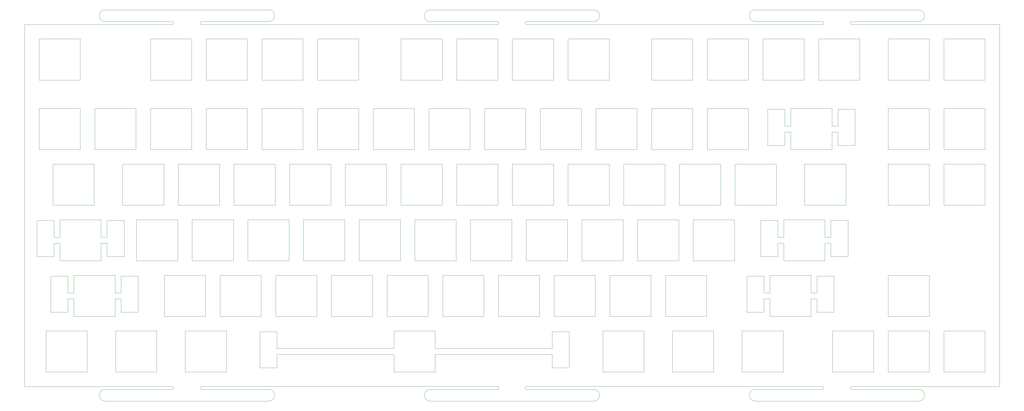
<source format=gbr>
%TF.GenerationSoftware,KiCad,Pcbnew,(7.0.0)*%
%TF.CreationDate,2023-11-11T14:14:49-06:00*%
%TF.ProjectId,Every83_Plate,45766572-7938-4335-9f50-6c6174652e6b,rev?*%
%TF.SameCoordinates,Original*%
%TF.FileFunction,Profile,NP*%
%FSLAX46Y46*%
G04 Gerber Fmt 4.6, Leading zero omitted, Abs format (unit mm)*
G04 Created by KiCad (PCBNEW (7.0.0)) date 2023-11-11 14:14:49*
%MOMM*%
%LPD*%
G01*
G04 APERTURE LIST*
%TA.AperFunction,Profile*%
%ADD10C,0.100000*%
%TD*%
%TA.AperFunction,Profile*%
%ADD11C,0.120000*%
%TD*%
G04 APERTURE END LIST*
D10*
X315451750Y-161336000D02*
G75*
G03*
X315451750Y-160314000I50J511000D01*
G01*
X204264250Y-36322000D02*
G75*
G03*
X204264250Y-35300000I50J511000D01*
G01*
X42483000Y-160336000D02*
X42483000Y-36322000D01*
X325451750Y-35300000D02*
G75*
G03*
X325451750Y-36322000I50J-511000D01*
G01*
X126076750Y-165336000D02*
G75*
G03*
X126076750Y-161336000I0J2000000D01*
G01*
X93076750Y-36322000D02*
X42483000Y-36322000D01*
X348451750Y-161336000D02*
X325451750Y-161336000D01*
X70076750Y-31300000D02*
G75*
G03*
X70076750Y-35300000I0J-2000000D01*
G01*
X237264250Y-165336000D02*
G75*
G03*
X237264250Y-161336000I50J2000000D01*
G01*
X292451750Y-31300000D02*
X348451750Y-31300000D01*
X376045500Y-36322000D02*
X325451750Y-36322000D01*
X70076750Y-161336000D02*
X93076750Y-161336000D01*
X103076750Y-35300000D02*
G75*
G03*
X103076750Y-36322000I50J-511000D01*
G01*
X181264250Y-31300000D02*
X237264250Y-31300000D01*
X214264250Y-160314000D02*
G75*
G03*
X214264250Y-161336000I50J-511000D01*
G01*
X292451750Y-161336000D02*
X315451750Y-161336000D01*
X315451750Y-36322000D02*
X214264250Y-36322000D01*
X237264250Y-35300000D02*
X214264250Y-35300000D01*
X181264250Y-161336000D02*
X204264250Y-161336000D01*
X376045500Y-160334500D02*
X376045500Y-36322000D01*
X103076750Y-160314000D02*
G75*
G03*
X103076750Y-161336000I50J-511000D01*
G01*
X181264250Y-161336000D02*
G75*
G03*
X181264250Y-165336000I50J-2000000D01*
G01*
X292451750Y-31300000D02*
G75*
G03*
X292451750Y-35300000I50J-2000000D01*
G01*
X348451750Y-165336000D02*
G75*
G03*
X348451750Y-161336000I50J2000000D01*
G01*
X237264250Y-35300000D02*
G75*
G03*
X237264250Y-31300000I50J2000000D01*
G01*
X181264250Y-35300000D02*
X204264250Y-35300000D01*
X237264250Y-161336000D02*
X214264250Y-161336000D01*
X348451750Y-35300000D02*
G75*
G03*
X348451750Y-31300000I50J2000000D01*
G01*
X70076750Y-35300000D02*
X93076750Y-35300000D01*
X292451750Y-161336000D02*
G75*
G03*
X292451750Y-165336000I50J-2000000D01*
G01*
X93076750Y-161336000D02*
G75*
G03*
X93076750Y-160314000I50J511000D01*
G01*
X325451750Y-160314000D02*
G75*
G03*
X325451750Y-161336000I50J-511000D01*
G01*
X181264250Y-31300000D02*
G75*
G03*
X181264250Y-35300000I50J-2000000D01*
G01*
X126076750Y-161336000D02*
X103076750Y-161336000D01*
X292451750Y-35300000D02*
X315451750Y-35300000D01*
X70076750Y-31300000D02*
X126076750Y-31300000D01*
X315451750Y-36322000D02*
G75*
G03*
X315451750Y-35300000I50J511000D01*
G01*
X214264250Y-35300000D02*
G75*
G03*
X214264250Y-36322000I50J-511000D01*
G01*
X204264250Y-161336000D02*
G75*
G03*
X204264250Y-160314000I50J511000D01*
G01*
X348451750Y-35300000D02*
X325451750Y-35300000D01*
X237264250Y-165336000D02*
X181264250Y-165336000D01*
X70076750Y-161336000D02*
G75*
G03*
X70076750Y-165336000I0J-2000000D01*
G01*
X325451750Y-160314000D02*
X376045500Y-160334500D01*
X126076750Y-35300000D02*
G75*
G03*
X126076750Y-31300000I0J2000000D01*
G01*
X103076750Y-160314000D02*
X204264250Y-160314000D01*
X126076750Y-165336000D02*
X70076750Y-165336000D01*
X126076750Y-35300000D02*
X103076750Y-35300000D01*
X93076750Y-36322000D02*
G75*
G03*
X93076750Y-35300000I50J511000D01*
G01*
X348451750Y-165336000D02*
X292451750Y-165336000D01*
X42483000Y-160336000D02*
X93076750Y-160314000D01*
X214264250Y-160314000D02*
X315451750Y-160314000D01*
X204264250Y-36322000D02*
X103076750Y-36322000D01*
D11*
%TO.C,SW12*%
X309183000Y-55373500D02*
X295083000Y-55373500D01*
X295083000Y-55373500D02*
X295083000Y-41273500D01*
X295083000Y-41273500D02*
X309183000Y-41273500D01*
X309183000Y-41273500D02*
X309183000Y-55373500D01*
%TO.C,SW53*%
X171070500Y-117286000D02*
X156970500Y-117286000D01*
X156970500Y-117286000D02*
X156970500Y-103186000D01*
X156970500Y-103186000D02*
X171070500Y-103186000D01*
X171070500Y-103186000D02*
X171070500Y-117286000D01*
%TO.C,SW55*%
X209170500Y-117286000D02*
X195070500Y-117286000D01*
X195070500Y-117286000D02*
X195070500Y-103186000D01*
X195070500Y-103186000D02*
X209170500Y-103186000D01*
X209170500Y-103186000D02*
X209170500Y-117286000D01*
%TO.C,SW24*%
X213933000Y-79186000D02*
X199833000Y-79186000D01*
X199833000Y-79186000D02*
X199833000Y-65086000D01*
X199833000Y-65086000D02*
X213933000Y-65086000D01*
X213933000Y-65086000D02*
X213933000Y-79186000D01*
%TO.C,SW64*%
X142495500Y-136336000D02*
X128395500Y-136336000D01*
X128395500Y-136336000D02*
X128395500Y-122236000D01*
X128395500Y-122236000D02*
X142495500Y-122236000D01*
X142495500Y-122236000D02*
X142495500Y-136336000D01*
%TO.C,SW35*%
X128208000Y-98236000D02*
X114108000Y-98236000D01*
X114108000Y-98236000D02*
X114108000Y-84136000D01*
X114108000Y-84136000D02*
X128208000Y-84136000D01*
X128208000Y-84136000D02*
X128208000Y-98236000D01*
%TO.C,SW61*%
X81319250Y-134866000D02*
X81319250Y-122486000D01*
X81319250Y-122486000D02*
X75469250Y-122486000D01*
X75469250Y-134866000D02*
X81319250Y-134866000D01*
X75469250Y-130286000D02*
X75469250Y-134866000D01*
X75469250Y-128286000D02*
X73439250Y-128286000D01*
X75469250Y-122486000D02*
X75469250Y-128286000D01*
X73439250Y-136336000D02*
X73439250Y-130286000D01*
X73439250Y-130286000D02*
X75469250Y-130286000D01*
X73439250Y-128286000D02*
X73439250Y-122236000D01*
X73439250Y-122236000D02*
X59339250Y-122236000D01*
X59339250Y-136336000D02*
X73439250Y-136336000D01*
X59339250Y-130286000D02*
X59339250Y-136336000D01*
X59339250Y-130286000D02*
X57309250Y-130286000D01*
X59339250Y-122236000D02*
X59339250Y-128286000D01*
X57309250Y-134866000D02*
X57309250Y-130286000D01*
X57309250Y-128286000D02*
X59339250Y-128286000D01*
X57309250Y-128286000D02*
X57309250Y-122486000D01*
X57309250Y-122486000D02*
X51459250Y-122486000D01*
X51459250Y-134866000D02*
X57309250Y-134866000D01*
X51459250Y-122486000D02*
X51459250Y-134866000D01*
%TO.C,SW19*%
X118683000Y-79186000D02*
X104583000Y-79186000D01*
X104583000Y-79186000D02*
X104583000Y-65086000D01*
X104583000Y-65086000D02*
X118683000Y-65086000D01*
X118683000Y-65086000D02*
X118683000Y-79186000D01*
%TO.C,SW33*%
X90108000Y-98236000D02*
X76008000Y-98236000D01*
X76008000Y-98236000D02*
X76008000Y-84136000D01*
X76008000Y-84136000D02*
X90108000Y-84136000D01*
X90108000Y-84136000D02*
X90108000Y-98236000D01*
%TO.C,SW43*%
X280608000Y-98236000D02*
X266508000Y-98236000D01*
X266508000Y-98236000D02*
X266508000Y-84136000D01*
X266508000Y-84136000D02*
X280608000Y-84136000D01*
X280608000Y-84136000D02*
X280608000Y-98236000D01*
%TO.C,SW66*%
X180595500Y-136336000D02*
X166495500Y-136336000D01*
X166495500Y-136336000D02*
X166495500Y-122236000D01*
X166495500Y-122236000D02*
X180595500Y-122236000D01*
X180595500Y-122236000D02*
X180595500Y-136336000D01*
%TO.C,SW49*%
X94870500Y-117286000D02*
X80770500Y-117286000D01*
X80770500Y-117286000D02*
X80770500Y-103186000D01*
X80770500Y-103186000D02*
X94870500Y-103186000D01*
X94870500Y-103186000D02*
X94870500Y-117286000D01*
%TO.C,SW29*%
X326588000Y-77716000D02*
X326588000Y-65336000D01*
X326588000Y-65336000D02*
X320738000Y-65336000D01*
X320738000Y-77716000D02*
X326588000Y-77716000D01*
X320738000Y-73136000D02*
X320738000Y-77716000D01*
X320738000Y-71136000D02*
X318708000Y-71136000D01*
X320738000Y-65336000D02*
X320738000Y-71136000D01*
X318708000Y-79186000D02*
X318708000Y-73136000D01*
X318708000Y-73136000D02*
X320738000Y-73136000D01*
X318708000Y-71136000D02*
X318708000Y-65086000D01*
X318708000Y-65086000D02*
X304608000Y-65086000D01*
X304608000Y-79186000D02*
X318708000Y-79186000D01*
X304608000Y-73136000D02*
X304608000Y-79186000D01*
X304608000Y-73136000D02*
X302578000Y-73136000D01*
X304608000Y-65086000D02*
X304608000Y-71136000D01*
X302578000Y-77716000D02*
X302578000Y-73136000D01*
X302578000Y-71136000D02*
X304608000Y-71136000D01*
X302578000Y-71136000D02*
X302578000Y-65336000D01*
X302578000Y-65336000D02*
X296728000Y-65336000D01*
X296728000Y-77716000D02*
X302578000Y-77716000D01*
X296728000Y-65336000D02*
X296728000Y-77716000D01*
%TO.C,SW3*%
X118683000Y-55373500D02*
X104583000Y-55373500D01*
X104583000Y-55373500D02*
X104583000Y-41273500D01*
X104583000Y-41273500D02*
X118683000Y-41273500D01*
X118683000Y-41273500D02*
X118683000Y-55373500D01*
%TO.C,SW40*%
X223458000Y-98236000D02*
X209358000Y-98236000D01*
X209358000Y-98236000D02*
X209358000Y-84136000D01*
X209358000Y-84136000D02*
X223458000Y-84136000D01*
X223458000Y-84136000D02*
X223458000Y-98236000D01*
%TO.C,SW74*%
X63914250Y-155386000D02*
X49814250Y-155386000D01*
X49814250Y-155386000D02*
X49814250Y-141286000D01*
X49814250Y-141286000D02*
X63914250Y-141286000D01*
X63914250Y-141286000D02*
X63914250Y-155386000D01*
%TO.C,SW25*%
X232983000Y-79186000D02*
X218883000Y-79186000D01*
X218883000Y-79186000D02*
X218883000Y-65086000D01*
X218883000Y-65086000D02*
X232983000Y-65086000D01*
X232983000Y-65086000D02*
X232983000Y-79186000D01*
%TO.C,SW51*%
X132970500Y-117286000D02*
X118870500Y-117286000D01*
X118870500Y-117286000D02*
X118870500Y-103186000D01*
X118870500Y-103186000D02*
X132970500Y-103186000D01*
X132970500Y-103186000D02*
X132970500Y-117286000D01*
%TO.C,SW62*%
X104395500Y-136336000D02*
X90295500Y-136336000D01*
X90295500Y-136336000D02*
X90295500Y-122236000D01*
X90295500Y-122236000D02*
X104395500Y-122236000D01*
X104395500Y-122236000D02*
X104395500Y-136336000D01*
%TO.C,SW4*%
X137733000Y-55373500D02*
X123633000Y-55373500D01*
X123633000Y-55373500D02*
X123633000Y-41273500D01*
X123633000Y-41273500D02*
X137733000Y-41273500D01*
X137733000Y-41273500D02*
X137733000Y-55373500D01*
%TO.C,SW37*%
X166308000Y-98236000D02*
X152208000Y-98236000D01*
X152208000Y-98236000D02*
X152208000Y-84136000D01*
X152208000Y-84136000D02*
X166308000Y-84136000D01*
X166308000Y-84136000D02*
X166308000Y-98236000D01*
%TO.C,SW58*%
X266320500Y-117286000D02*
X252220500Y-117286000D01*
X252220500Y-117286000D02*
X252220500Y-103186000D01*
X252220500Y-103186000D02*
X266320500Y-103186000D01*
X266320500Y-103186000D02*
X266320500Y-117286000D01*
%TO.C,SW81*%
X332995500Y-155386000D02*
X318895500Y-155386000D01*
X318895500Y-155386000D02*
X318895500Y-141286000D01*
X318895500Y-141286000D02*
X332995500Y-141286000D01*
X332995500Y-141286000D02*
X332995500Y-155386000D01*
%TO.C,SW9*%
X242508000Y-55373500D02*
X228408000Y-55373500D01*
X228408000Y-55373500D02*
X228408000Y-41273500D01*
X228408000Y-41273500D02*
X242508000Y-41273500D01*
X242508000Y-41273500D02*
X242508000Y-55373500D01*
%TO.C,SW36*%
X147258000Y-98236000D02*
X133158000Y-98236000D01*
X133158000Y-98236000D02*
X133158000Y-84136000D01*
X133158000Y-84136000D02*
X147258000Y-84136000D01*
X147258000Y-84136000D02*
X147258000Y-98236000D01*
%TO.C,SW32*%
X66295500Y-98236000D02*
X52195500Y-98236000D01*
X52195500Y-98236000D02*
X52195500Y-84136000D01*
X52195500Y-84136000D02*
X66295500Y-84136000D01*
X66295500Y-84136000D02*
X66295500Y-98236000D01*
%TO.C,SW42*%
X261558000Y-98236000D02*
X247458000Y-98236000D01*
X247458000Y-98236000D02*
X247458000Y-84136000D01*
X247458000Y-84136000D02*
X261558000Y-84136000D01*
X261558000Y-84136000D02*
X261558000Y-98236000D01*
%TO.C,SW14*%
X352045500Y-55373500D02*
X337945500Y-55373500D01*
X337945500Y-55373500D02*
X337945500Y-41273500D01*
X337945500Y-41273500D02*
X352045500Y-41273500D01*
X352045500Y-41273500D02*
X352045500Y-55373500D01*
%TO.C,SW75*%
X87726750Y-155386000D02*
X73626750Y-155386000D01*
X73626750Y-155386000D02*
X73626750Y-141286000D01*
X73626750Y-141286000D02*
X87726750Y-141286000D01*
X87726750Y-141286000D02*
X87726750Y-155386000D01*
%TO.C,SW18*%
X99633000Y-79186000D02*
X85533000Y-79186000D01*
X85533000Y-79186000D02*
X85533000Y-65086000D01*
X85533000Y-65086000D02*
X99633000Y-65086000D01*
X99633000Y-65086000D02*
X99633000Y-79186000D01*
%TO.C,SW77*%
X228856750Y-153916000D02*
X228856750Y-141536000D01*
X228856750Y-141536000D02*
X223006750Y-141536000D01*
X223006750Y-153916000D02*
X228856750Y-153916000D01*
X223006750Y-149336000D02*
X223006750Y-153916000D01*
X223006750Y-147336000D02*
X182976750Y-147336000D01*
X223006750Y-141536000D02*
X223006750Y-147336000D01*
X182976750Y-155386000D02*
X182976750Y-149336000D01*
X182976750Y-155386000D02*
X168876750Y-155386000D01*
X182976750Y-149336000D02*
X223006750Y-149336000D01*
X182976750Y-141286000D02*
X182976750Y-147336000D01*
X182976750Y-141286000D02*
X168876750Y-141286000D01*
X168876750Y-155386000D02*
X168876750Y-149336000D01*
X168876750Y-149336000D02*
X128846750Y-149336000D01*
X168876750Y-141286000D02*
X168876750Y-147336000D01*
X128846750Y-153916000D02*
X122996750Y-153916000D01*
X128846750Y-149336000D02*
X128846750Y-153916000D01*
X128846750Y-147336000D02*
X168876750Y-147336000D01*
X128846750Y-141536000D02*
X128846750Y-147336000D01*
X122996750Y-153916000D02*
X122996750Y-141536000D01*
X122996750Y-141536000D02*
X128846750Y-141536000D01*
%TO.C,SW70*%
X256795500Y-136336000D02*
X242695500Y-136336000D01*
X242695500Y-136336000D02*
X242695500Y-122236000D01*
X242695500Y-122236000D02*
X256795500Y-122236000D01*
X256795500Y-122236000D02*
X256795500Y-136336000D01*
%TO.C,SW38*%
X185358000Y-98236000D02*
X171258000Y-98236000D01*
X171258000Y-98236000D02*
X171258000Y-84136000D01*
X171258000Y-84136000D02*
X185358000Y-84136000D01*
X185358000Y-84136000D02*
X185358000Y-98236000D01*
%TO.C,SW5*%
X156783000Y-55373500D02*
X142683000Y-55373500D01*
X142683000Y-55373500D02*
X142683000Y-41273500D01*
X142683000Y-41273500D02*
X156783000Y-41273500D01*
X156783000Y-41273500D02*
X156783000Y-55373500D01*
%TO.C,SW6*%
X185358000Y-55373500D02*
X171258000Y-55373500D01*
X171258000Y-55373500D02*
X171258000Y-41273500D01*
X171258000Y-41273500D02*
X185358000Y-41273500D01*
X185358000Y-41273500D02*
X185358000Y-55373500D01*
%TO.C,SW52*%
X152020500Y-117286000D02*
X137920500Y-117286000D01*
X137920500Y-117286000D02*
X137920500Y-103186000D01*
X137920500Y-103186000D02*
X152020500Y-103186000D01*
X152020500Y-103186000D02*
X152020500Y-117286000D01*
%TO.C,SW15*%
X371095500Y-55373500D02*
X356995500Y-55373500D01*
X356995500Y-55373500D02*
X356995500Y-41273500D01*
X356995500Y-41273500D02*
X371095500Y-41273500D01*
X371095500Y-41273500D02*
X371095500Y-55373500D01*
%TO.C,SW10*%
X271083000Y-55373500D02*
X256983000Y-55373500D01*
X256983000Y-55373500D02*
X256983000Y-41273500D01*
X256983000Y-41273500D02*
X271083000Y-41273500D01*
X271083000Y-41273500D02*
X271083000Y-55373500D01*
%TO.C,SW73*%
X352045500Y-136336000D02*
X337945500Y-136336000D01*
X337945500Y-136336000D02*
X337945500Y-122236000D01*
X337945500Y-122236000D02*
X352045500Y-122236000D01*
X352045500Y-122236000D02*
X352045500Y-136336000D01*
%TO.C,SW26*%
X252033000Y-79186000D02*
X237933000Y-79186000D01*
X237933000Y-79186000D02*
X237933000Y-65086000D01*
X237933000Y-65086000D02*
X252033000Y-65086000D01*
X252033000Y-65086000D02*
X252033000Y-79186000D01*
%TO.C,SW45*%
X323470500Y-98236000D02*
X309370500Y-98236000D01*
X309370500Y-98236000D02*
X309370500Y-84136000D01*
X309370500Y-84136000D02*
X323470500Y-84136000D01*
X323470500Y-84136000D02*
X323470500Y-98236000D01*
%TO.C,SW79*%
X278226750Y-155386000D02*
X264126750Y-155386000D01*
X264126750Y-155386000D02*
X264126750Y-141286000D01*
X264126750Y-141286000D02*
X278226750Y-141286000D01*
X278226750Y-141286000D02*
X278226750Y-155386000D01*
%TO.C,SW8*%
X223458000Y-55373500D02*
X209358000Y-55373500D01*
X209358000Y-55373500D02*
X209358000Y-41273500D01*
X209358000Y-41273500D02*
X223458000Y-41273500D01*
X223458000Y-41273500D02*
X223458000Y-55373500D01*
%TO.C,SW17*%
X80583000Y-79186000D02*
X66483000Y-79186000D01*
X66483000Y-79186000D02*
X66483000Y-65086000D01*
X66483000Y-65086000D02*
X80583000Y-65086000D01*
X80583000Y-65086000D02*
X80583000Y-79186000D01*
%TO.C,SW1*%
X61533000Y-55373500D02*
X47433000Y-55373500D01*
X47433000Y-55373500D02*
X47433000Y-41273500D01*
X47433000Y-41273500D02*
X61533000Y-41273500D01*
X61533000Y-41273500D02*
X61533000Y-55373500D01*
%TO.C,SW60*%
X324206750Y-115816000D02*
X324206750Y-103436000D01*
X324206750Y-103436000D02*
X318356750Y-103436000D01*
X318356750Y-115816000D02*
X324206750Y-115816000D01*
X318356750Y-111236000D02*
X318356750Y-115816000D01*
X318356750Y-109236000D02*
X316326750Y-109236000D01*
X318356750Y-103436000D02*
X318356750Y-109236000D01*
X316326750Y-117286000D02*
X316326750Y-111236000D01*
X316326750Y-111236000D02*
X318356750Y-111236000D01*
X316326750Y-109236000D02*
X316326750Y-103186000D01*
X316326750Y-103186000D02*
X302226750Y-103186000D01*
X302226750Y-117286000D02*
X316326750Y-117286000D01*
X302226750Y-111236000D02*
X302226750Y-117286000D01*
X302226750Y-111236000D02*
X300196750Y-111236000D01*
X302226750Y-103186000D02*
X302226750Y-109236000D01*
X300196750Y-115816000D02*
X300196750Y-111236000D01*
X300196750Y-109236000D02*
X302226750Y-109236000D01*
X300196750Y-109236000D02*
X300196750Y-103436000D01*
X300196750Y-103436000D02*
X294346750Y-103436000D01*
X294346750Y-115816000D02*
X300196750Y-115816000D01*
X294346750Y-103436000D02*
X294346750Y-115816000D01*
%TO.C,SW83*%
X371095500Y-155386000D02*
X356995500Y-155386000D01*
X356995500Y-155386000D02*
X356995500Y-141286000D01*
X356995500Y-141286000D02*
X371095500Y-141286000D01*
X371095500Y-141286000D02*
X371095500Y-155386000D01*
%TO.C,SW39*%
X204408000Y-98236000D02*
X190308000Y-98236000D01*
X190308000Y-98236000D02*
X190308000Y-84136000D01*
X190308000Y-84136000D02*
X204408000Y-84136000D01*
X204408000Y-84136000D02*
X204408000Y-98236000D01*
%TO.C,SW44*%
X299658000Y-98236000D02*
X285558000Y-98236000D01*
X285558000Y-98236000D02*
X285558000Y-84136000D01*
X285558000Y-84136000D02*
X299658000Y-84136000D01*
X299658000Y-84136000D02*
X299658000Y-98236000D01*
%TO.C,SW78*%
X254414250Y-155386000D02*
X240314250Y-155386000D01*
X240314250Y-155386000D02*
X240314250Y-141286000D01*
X240314250Y-141286000D02*
X254414250Y-141286000D01*
X254414250Y-141286000D02*
X254414250Y-155386000D01*
%TO.C,SW57*%
X247270500Y-117286000D02*
X233170500Y-117286000D01*
X233170500Y-117286000D02*
X233170500Y-103186000D01*
X233170500Y-103186000D02*
X247270500Y-103186000D01*
X247270500Y-103186000D02*
X247270500Y-117286000D01*
%TO.C,SW59*%
X285370500Y-117286000D02*
X271270500Y-117286000D01*
X271270500Y-117286000D02*
X271270500Y-103186000D01*
X271270500Y-103186000D02*
X285370500Y-103186000D01*
X285370500Y-103186000D02*
X285370500Y-117286000D01*
%TO.C,SW65*%
X161545500Y-136336000D02*
X147445500Y-136336000D01*
X147445500Y-136336000D02*
X147445500Y-122236000D01*
X147445500Y-122236000D02*
X161545500Y-122236000D01*
X161545500Y-122236000D02*
X161545500Y-136336000D01*
%TO.C,SW72*%
X319444250Y-134866000D02*
X319444250Y-122486000D01*
X319444250Y-122486000D02*
X313594250Y-122486000D01*
X313594250Y-134866000D02*
X319444250Y-134866000D01*
X313594250Y-130286000D02*
X313594250Y-134866000D01*
X313594250Y-128286000D02*
X311564250Y-128286000D01*
X313594250Y-122486000D02*
X313594250Y-128286000D01*
X311564250Y-136336000D02*
X311564250Y-130286000D01*
X311564250Y-130286000D02*
X313594250Y-130286000D01*
X311564250Y-128286000D02*
X311564250Y-122236000D01*
X311564250Y-122236000D02*
X297464250Y-122236000D01*
X297464250Y-136336000D02*
X311564250Y-136336000D01*
X297464250Y-130286000D02*
X297464250Y-136336000D01*
X297464250Y-130286000D02*
X295434250Y-130286000D01*
X297464250Y-122236000D02*
X297464250Y-128286000D01*
X295434250Y-134866000D02*
X295434250Y-130286000D01*
X295434250Y-128286000D02*
X297464250Y-128286000D01*
X295434250Y-128286000D02*
X295434250Y-122486000D01*
X295434250Y-122486000D02*
X289584250Y-122486000D01*
X289584250Y-134866000D02*
X295434250Y-134866000D01*
X289584250Y-122486000D02*
X289584250Y-134866000D01*
%TO.C,SW2*%
X99633000Y-55373500D02*
X85533000Y-55373500D01*
X85533000Y-55373500D02*
X85533000Y-41273500D01*
X85533000Y-41273500D02*
X99633000Y-41273500D01*
X99633000Y-41273500D02*
X99633000Y-55373500D01*
%TO.C,SW28*%
X290133000Y-79186000D02*
X276033000Y-79186000D01*
X276033000Y-79186000D02*
X276033000Y-65086000D01*
X276033000Y-65086000D02*
X290133000Y-65086000D01*
X290133000Y-65086000D02*
X290133000Y-79186000D01*
%TO.C,SW16*%
X61533000Y-79186000D02*
X47433000Y-79186000D01*
X47433000Y-79186000D02*
X47433000Y-65086000D01*
X47433000Y-65086000D02*
X61533000Y-65086000D01*
X61533000Y-65086000D02*
X61533000Y-79186000D01*
%TO.C,SW56*%
X228220500Y-117286000D02*
X214120500Y-117286000D01*
X214120500Y-117286000D02*
X214120500Y-103186000D01*
X214120500Y-103186000D02*
X228220500Y-103186000D01*
X228220500Y-103186000D02*
X228220500Y-117286000D01*
%TO.C,SW63*%
X123445500Y-136336000D02*
X109345500Y-136336000D01*
X109345500Y-136336000D02*
X109345500Y-122236000D01*
X109345500Y-122236000D02*
X123445500Y-122236000D01*
X123445500Y-122236000D02*
X123445500Y-136336000D01*
%TO.C,SW67*%
X199645500Y-136336000D02*
X185545500Y-136336000D01*
X185545500Y-136336000D02*
X185545500Y-122236000D01*
X185545500Y-122236000D02*
X199645500Y-122236000D01*
X199645500Y-122236000D02*
X199645500Y-136336000D01*
%TO.C,SW47*%
X371095500Y-98236000D02*
X356995500Y-98236000D01*
X356995500Y-98236000D02*
X356995500Y-84136000D01*
X356995500Y-84136000D02*
X371095500Y-84136000D01*
X371095500Y-84136000D02*
X371095500Y-98236000D01*
%TO.C,SW68*%
X218695500Y-136336000D02*
X204595500Y-136336000D01*
X204595500Y-136336000D02*
X204595500Y-122236000D01*
X204595500Y-122236000D02*
X218695500Y-122236000D01*
X218695500Y-122236000D02*
X218695500Y-136336000D01*
%TO.C,SW41*%
X242508000Y-98236000D02*
X228408000Y-98236000D01*
X228408000Y-98236000D02*
X228408000Y-84136000D01*
X228408000Y-84136000D02*
X242508000Y-84136000D01*
X242508000Y-84136000D02*
X242508000Y-98236000D01*
%TO.C,SW71*%
X275845500Y-136336000D02*
X261745500Y-136336000D01*
X261745500Y-136336000D02*
X261745500Y-122236000D01*
X261745500Y-122236000D02*
X275845500Y-122236000D01*
X275845500Y-122236000D02*
X275845500Y-136336000D01*
%TO.C,SW11*%
X290133000Y-55373500D02*
X276033000Y-55373500D01*
X276033000Y-55373500D02*
X276033000Y-41273500D01*
X276033000Y-41273500D02*
X290133000Y-41273500D01*
X290133000Y-41273500D02*
X290133000Y-55373500D01*
%TO.C,SW7*%
X204408000Y-55373500D02*
X190308000Y-55373500D01*
X190308000Y-55373500D02*
X190308000Y-41273500D01*
X190308000Y-41273500D02*
X204408000Y-41273500D01*
X204408000Y-41273500D02*
X204408000Y-55373500D01*
%TO.C,SW82*%
X352045500Y-155386000D02*
X337945500Y-155386000D01*
X337945500Y-155386000D02*
X337945500Y-141286000D01*
X337945500Y-141286000D02*
X352045500Y-141286000D01*
X352045500Y-141286000D02*
X352045500Y-155386000D01*
%TO.C,SW80*%
X302039250Y-155386000D02*
X287939250Y-155386000D01*
X287939250Y-155386000D02*
X287939250Y-141286000D01*
X287939250Y-141286000D02*
X302039250Y-141286000D01*
X302039250Y-141286000D02*
X302039250Y-155386000D01*
%TO.C,SW30*%
X352045500Y-79186000D02*
X337945500Y-79186000D01*
X337945500Y-79186000D02*
X337945500Y-65086000D01*
X337945500Y-65086000D02*
X352045500Y-65086000D01*
X352045500Y-65086000D02*
X352045500Y-79186000D01*
%TO.C,SW27*%
X271083000Y-79186000D02*
X256983000Y-79186000D01*
X256983000Y-79186000D02*
X256983000Y-65086000D01*
X256983000Y-65086000D02*
X271083000Y-65086000D01*
X271083000Y-65086000D02*
X271083000Y-79186000D01*
%TO.C,SW54*%
X190120500Y-117286000D02*
X176020500Y-117286000D01*
X176020500Y-117286000D02*
X176020500Y-103186000D01*
X176020500Y-103186000D02*
X190120500Y-103186000D01*
X190120500Y-103186000D02*
X190120500Y-117286000D01*
%TO.C,SW13*%
X328233000Y-55373500D02*
X314133000Y-55373500D01*
X314133000Y-55373500D02*
X314133000Y-41273500D01*
X314133000Y-41273500D02*
X328233000Y-41273500D01*
X328233000Y-41273500D02*
X328233000Y-55373500D01*
%TO.C,SW23*%
X194883000Y-79186000D02*
X180783000Y-79186000D01*
X180783000Y-79186000D02*
X180783000Y-65086000D01*
X180783000Y-65086000D02*
X194883000Y-65086000D01*
X194883000Y-65086000D02*
X194883000Y-79186000D01*
%TO.C,SW20*%
X137733000Y-79186000D02*
X123633000Y-79186000D01*
X123633000Y-79186000D02*
X123633000Y-65086000D01*
X123633000Y-65086000D02*
X137733000Y-65086000D01*
X137733000Y-65086000D02*
X137733000Y-79186000D01*
%TO.C,SW31*%
X371095500Y-79186000D02*
X356995500Y-79186000D01*
X356995500Y-79186000D02*
X356995500Y-65086000D01*
X356995500Y-65086000D02*
X371095500Y-65086000D01*
X371095500Y-65086000D02*
X371095500Y-79186000D01*
%TO.C,SW46*%
X352045500Y-98236000D02*
X337945500Y-98236000D01*
X337945500Y-98236000D02*
X337945500Y-84136000D01*
X337945500Y-84136000D02*
X352045500Y-84136000D01*
X352045500Y-84136000D02*
X352045500Y-98236000D01*
%TO.C,SW48*%
X76556750Y-115816000D02*
X76556750Y-103436000D01*
X76556750Y-103436000D02*
X70706750Y-103436000D01*
X70706750Y-115816000D02*
X76556750Y-115816000D01*
X70706750Y-111236000D02*
X70706750Y-115816000D01*
X70706750Y-109236000D02*
X68676750Y-109236000D01*
X70706750Y-103436000D02*
X70706750Y-109236000D01*
X68676750Y-117286000D02*
X68676750Y-111236000D01*
X68676750Y-111236000D02*
X70706750Y-111236000D01*
X68676750Y-109236000D02*
X68676750Y-103186000D01*
X68676750Y-103186000D02*
X54576750Y-103186000D01*
X54576750Y-117286000D02*
X68676750Y-117286000D01*
X54576750Y-111236000D02*
X54576750Y-117286000D01*
X54576750Y-111236000D02*
X52546750Y-111236000D01*
X54576750Y-103186000D02*
X54576750Y-109236000D01*
X52546750Y-115816000D02*
X52546750Y-111236000D01*
X52546750Y-109236000D02*
X54576750Y-109236000D01*
X52546750Y-109236000D02*
X52546750Y-103436000D01*
X52546750Y-103436000D02*
X46696750Y-103436000D01*
X46696750Y-115816000D02*
X52546750Y-115816000D01*
X46696750Y-103436000D02*
X46696750Y-115816000D01*
%TO.C,SW50*%
X113920500Y-117286000D02*
X99820500Y-117286000D01*
X99820500Y-117286000D02*
X99820500Y-103186000D01*
X99820500Y-103186000D02*
X113920500Y-103186000D01*
X113920500Y-103186000D02*
X113920500Y-117286000D01*
%TO.C,SW34*%
X109158000Y-98236000D02*
X95058000Y-98236000D01*
X95058000Y-98236000D02*
X95058000Y-84136000D01*
X95058000Y-84136000D02*
X109158000Y-84136000D01*
X109158000Y-84136000D02*
X109158000Y-98236000D01*
%TO.C,SW69*%
X237745500Y-136336000D02*
X223645500Y-136336000D01*
X223645500Y-136336000D02*
X223645500Y-122236000D01*
X223645500Y-122236000D02*
X237745500Y-122236000D01*
X237745500Y-122236000D02*
X237745500Y-136336000D01*
%TO.C,SW22*%
X175833000Y-79186000D02*
X161733000Y-79186000D01*
X161733000Y-79186000D02*
X161733000Y-65086000D01*
X161733000Y-65086000D02*
X175833000Y-65086000D01*
X175833000Y-65086000D02*
X175833000Y-79186000D01*
%TO.C,SW21*%
X156783000Y-79186000D02*
X142683000Y-79186000D01*
X142683000Y-79186000D02*
X142683000Y-65086000D01*
X142683000Y-65086000D02*
X156783000Y-65086000D01*
X156783000Y-65086000D02*
X156783000Y-79186000D01*
%TO.C,SW76*%
X111539250Y-155386000D02*
X97439250Y-155386000D01*
X97439250Y-155386000D02*
X97439250Y-141286000D01*
X97439250Y-141286000D02*
X111539250Y-141286000D01*
X111539250Y-141286000D02*
X111539250Y-155386000D01*
%TD*%
M02*

</source>
